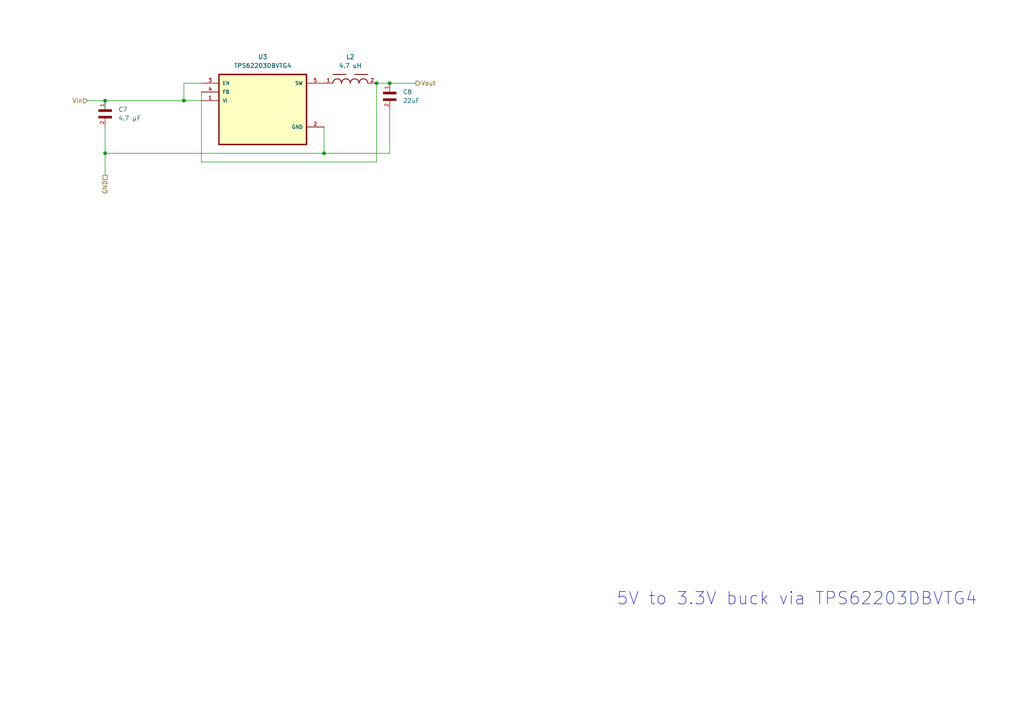
<source format=kicad_sch>
(kicad_sch (version 20250114) (generator "eeschema") (generator_version "9.0")
  (paper "A4")
  (lib_symbols
    (symbol "MCASL21GBC7475MTCA01:MCASL21GBC7475MTCA01" (pin_names (offset 1.016))
      (property "Reference" "C" (at -2.54 2.54 0))
      (property "Value" "MCASL21GBC7475MTCA01" (at -2.54 -5.08 0))
      (symbol "MCASL21GBC7475MTCA01_0_0"
        (rectangle (start 0 -1.9069) (end 0.635 1.905) (stroke (width 0.1)) (fill (type outline)))
        (rectangle (start 1.9069 -1.9069) (end 2.54 1.905) (stroke (width 0.1)) (fill (type outline)))
        (pin passive line (at -2.54 0 0) (length 2.54) (name "~") (number "1"))
        (pin passive line (at 5.08 0 180) (length 2.54) (name "~") (number "2"))
      )
    )
    (symbol "MLASG32MSB5226MPNA01:MLASG32MSB5226MPNA01" (pin_names (offset 1.016))
      (property "Reference" "C" (at -2.54 2.54 0))
      (property "Value" "MLASG32MSB5226MPNA01" (at -2.54 -5.08 0))
      (symbol "MLASG32MSB5226MPNA01_0_0"
        (rectangle (start 0 -1.9069) (end 0.635 1.905) (stroke (width 0.1)) (fill (type outline)))
        (rectangle (start 1.9069 -1.9069) (end 2.54 1.905) (stroke (width 0.1)) (fill (type outline)))
        (pin passive line (at -2.54 0 0) (length 2.54) (name "~") (number "1"))
        (pin passive line (at 5.08 0 180) (length 2.54) (name "~") (number "2"))
      )
    )
    (symbol "TPS62203DBVTG4:TPS62203DBVTG4" (pin_names (offset 1.016))
      (property "Reference" "U" (at -12.7 11.16 0))
      (property "Value" "TPS62203DBVTG4" (at -12.7 -14.16 0))
      (symbol "TPS62203DBVTG4_0_0"
        (rectangle (start -12.7 -10.16) (end 12.7 10.16) (stroke (width 0.41)) (fill (type background)))
        (pin input line (at -17.78 7.62 0) (length 5.08) (name "EN") (number "3"))
        (pin input line (at -17.78 5.08 0) (length 5.08) (name "FB") (number "4"))
        (pin input line (at -17.78 2.54 0) (length 5.08) (name "VI") (number "1"))
        (pin output line (at 17.78 7.62 180) (length 5.08) (name "SW") (number "5"))
        (pin power_in line (at 17.78 -5.08 180) (length 5.08) (name "GND") (number "2"))
      )
    )
    (symbol "WE-TPC_2828:WE-TPC_2828" (pin_names (offset 1.016))
      (property "Reference" "L" (at 0 3.81 0))
      (property "Value" "WE-TPC_2828" (at 0 -2.54 0))
      (symbol "WE-TPC_2828_0_0"
        (arc (start -5.08 0) (mid -3.81 1.2645) (end -2.54 0) (stroke (width 0.254)))
        (polyline (pts (xy -1.27 2.54) (xy -5.08 2.54)) (stroke (width 0.254)))
        (arc (start -2.54 0) (mid -1.27 1.2645) (end 0 0) (stroke (width 0.254)))
        (arc (start 0 0) (mid 1.27 1.2645) (end 2.54 0) (stroke (width 0.254)))
        (arc (start 2.54 0) (mid 3.81 1.2645) (end 5.08 0) (stroke (width 0.254)))
        (polyline (pts (xy 5.08 2.54) (xy 1.27 2.54)) (stroke (width 0.254)))
        (pin passive line (at -7.62 0 0) (length 2.54) (name "~") (number "1"))
        (pin passive line (at 7.62 0 180) (length 2.54) (name "~") (number "2"))
      )
    )
  )
  (text "5V to 3.3V buck via TPS62203DBVTG4" (at 231.14 173.736 0) (effects (font (size 3.6068 3.6068))))
  (junction (at 53.34 29.21))
  (junction (at 109.22 24.13))
  (junction (at 113.03 24.13))
  (junction (at 30.48 29.21))
  (junction (at 30.48 44.45))
  (junction (at 93.98 44.45))
  (wire (pts (xy 58.42 26.67) (xy 58.42 46.99)))
  (wire (pts (xy 93.98 44.45) (xy 113.03 44.45)))
  (wire (pts (xy 58.42 46.99) (xy 109.22 46.99)))
  (wire (pts (xy 30.48 44.45) (xy 93.98 44.45)))
  (wire (pts (xy 53.34 29.21) (xy 58.42 29.21)))
  (wire (pts (xy 113.03 24.13) (xy 120.65 24.13)))
  (wire (pts (xy 93.98 36.83) (xy 93.98 44.45)))
  (wire (pts (xy 30.48 36.83) (xy 30.48 44.45)))
  (wire (pts (xy 109.22 24.13) (xy 113.03 24.13)))
  (wire (pts (xy 25.4 29.21) (xy 30.48 29.21)))
  (wire (pts (xy 30.48 44.45) (xy 30.48 50.8)))
  (wire (pts (xy 30.48 29.21) (xy 53.34 29.21)))
  (wire (pts (xy 113.03 31.75) (xy 113.03 44.45)))
  (wire (pts (xy 53.34 24.13) (xy 53.34 29.21)))
  (wire (pts (xy 58.42 24.13) (xy 53.34 24.13)))
  (wire (pts (xy 109.22 46.99) (xy 109.22 24.13)))
  (wire (pts (xy 30.48 31.75) (xy 30.48 29.21)))
  (hierarchical_label "Vout" (shape output) (at 120.65 24.13 0))
  (hierarchical_label "Vin" (shape input) (at 25.4 29.21 180))
  (hierarchical_label "GND" (shape passive) (at 30.48 50.8 270))
  (symbol (lib_id "TPS62203DBVTG4:TPS62203DBVTG4") (at 76.2 31.75 0) (unit 1)
    (property "Reference" "U3" (at 76.2 16.51 0))
    (property "Value" "TPS62203DBVTG4" (at 76.2 19.05 0))
    (property "Footprint" "TPS62203DBVTG4:SOT95P280X145-5N" (effects (hide yes)))
    (property "MF" "Texas Instruments" (effects (hide yes)))
    (property "Description_1" "3.3-V Output, 300-mA, 95% Efficient Step-Down Converter in SOT-23 5-SOT-23 -40 to 85" (effects (hide yes)))
    (property "Package" "SOT-23-5 Texas Instruments" (effects (hide yes)))
    (property "Price" "None" (effects (hide yes)))
    (property "SnapEDA_Link" "https://www.snapeda.com/parts/TPS62203DBVTG4/Texas+Instruments/view-part/?ref=snap" (effects (hide yes)))
    (property "MP" "TPS62203DBVTG4" (effects (hide yes)))
    (property "Availability" "In Stock" (effects (hide yes)))
    (property "Check_prices" "https://www.snapeda.com/parts/TPS62203DBVTG4/Texas+Instruments/view-part/?ref=eda" (effects (hide yes)))
  )
  (symbol (lib_id "MCASL21GBC7475MTCA01:MCASL21GBC7475MTCA01") (at 30.48 31.75 270) (unit 1)
    (property "Reference" "C7" (at 34.29 31.7499 90) (effects (justify left)))
    (property "Value" "4.7 µF" (at 34.29 34.2899 90) (effects (justify left)))
    (property "Footprint" "MCASL21GBC7475MTCA01:CAPC2012X145N" (effects (hide yes)))
    (property "MF" "Taiyo Yuden" (effects (hide yes)))
    (property "MAXIMUM_PACKAGE_HEIGHT" "1.45mm" (effects (hide yes)))
    (property "Package" "0805-2 TAIYO" (effects (hide yes)))
    (property "Price" "None" (effects (hide yes)))
    (property "Check_prices" "https://www.snapeda.com/parts/MCASL21GBC7475MTCA01/Taiyo+Yuden/view-part/?ref=eda" (effects (hide yes)))
    (property "STANDARD" "IPC-7351B" (effects (hide yes)))
    (property "PARTREV" "NA" (effects (hide yes)))
    (property "SnapEDA_Link" "https://www.snapeda.com/parts/MCASL21GBC7475MTCA01/Taiyo+Yuden/view-part/?ref=snap" (effects (hide yes)))
    (property "MP" "MCASL21GBC7475MTCA01" (effects (hide yes)))
    (property "Description_1" "CAP CER 4.7UF 20% 10V X7S 0805" (effects (hide yes)))
    (property "Availability" "In Stock" (effects (hide yes)))
    (property "MANUFACTURER" "Taiyo Yuden" (effects (hide yes)))
  )
  (symbol (lib_id "MLASG32MSB5226MPNA01:MLASG32MSB5226MPNA01") (at 113.03 26.67 270) (unit 1)
    (property "Reference" "C8" (at 116.84 26.6699 90) (effects (justify left)))
    (property "Value" "22uF" (at 116.84 29.2099 90) (effects (justify left)))
    (property "Footprint" "MLASG32MSB5226MPNA01:CAPC3225X270N" (effects (hide yes)))
    (property "MF" "Taiyo Yuden" (effects (hide yes)))
    (property "MAXIMUM_PACKAGE_HEIGHT" "2.7mm" (effects (hide yes)))
    (property "Package" "3225-2 Taiyo Yuden" (effects (hide yes)))
    (property "Price" "None" (effects (hide yes)))
    (property "Check_prices" "https://www.snapeda.com/parts/MLASG32MSB5226MPNA01/Taiyo+Yuden/view-part/?ref=eda" (effects (hide yes)))
    (property "STANDARD" "IPC-7351B" (effects (hide yes)))
    (property "PARTREV" "NA" (effects (hide yes)))
    (property "SnapEDA_Link" "https://www.snapeda.com/parts/MLASG32MSB5226MPNA01/Taiyo+Yuden/view-part/?ref=snap" (effects (hide yes)))
    (property "MP" "MLASG32MSB5226MPNA01" (effects (hide yes)))
    (property "Description_1" "22uF 35V 20% Multilayer Ceramic Capacitor X5R 1210 (3225 Metric)" (effects (hide yes)))
    (property "Availability" "In Stock" (effects (hide yes)))
    (property "MANUFACTURER" "Taiyo Yuden" (effects (hide yes)))
  )
  (symbol (lib_id "WE-TPC_2828:WE-TPC_2828") (at 101.6 24.13 0) (unit 1)
    (property "Reference" "L2" (at 101.6 16.51 0))
    (property "Value" "4.7 uH" (at 101.6 19.05 0))
    (property "Footprint" "WE-TPC_2828:WE-TPC_2828" (effects (hide yes)))
    (property "Datasheet" "https://www.we-online.com/components/products/datasheet/744025004.pdf" (effects (hide yes)))
    (property "Description" "4.7 uH" (effects (hide yes)))
    (property "MF" "Würth Elektronik" (effects (hide yes)))
    (property "Description_1" "Tiny Power Inductor, SMT, Fixed, 4.7uH, 1.35A, .1 Ohm, 2828, WE-TPC Series | Wurth Electronics 744025004" (effects (hide yes)))
    (property "Package" "Nonstandard Würth Elektronik" (effects (hide yes)))
    (property "Price" "None" (effects (hide yes)))
    (property "SnapEDA_Link" "https://www.snapeda.com/parts/744025004/W%25C3%25BCrth+Elektronik+Midcom/view-part/?ref=snap" (effects (hide yes)))
    (property "MP" "744025004" (effects (hide yes)))
    (property "Availability" "In Stock" (effects (hide yes)))
    (property "Check_prices" "https://www.snapeda.com/parts/744025004/W%25C3%25BCrth+Elektronik+Midcom/view-part/?ref=eda" (effects (hide yes)))
  )
)
</source>
